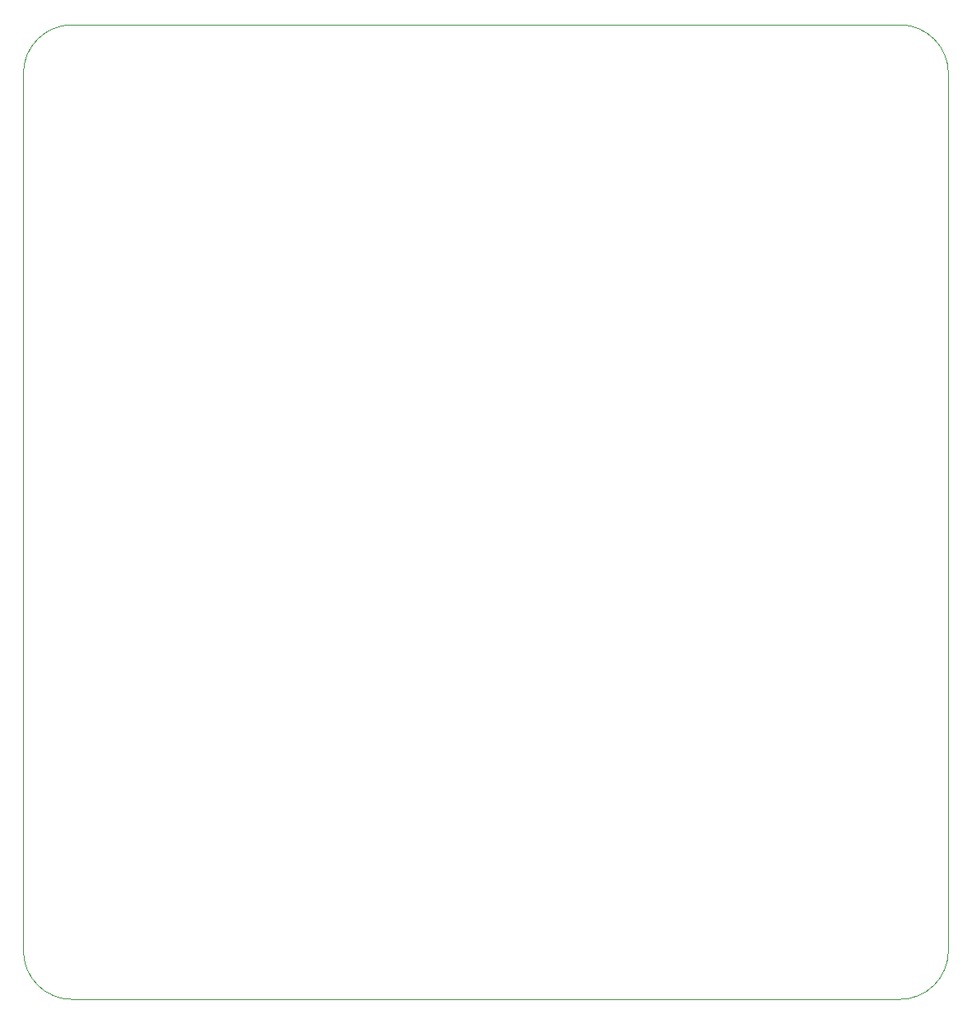
<source format=gbr>
G04 #@! TF.GenerationSoftware,KiCad,Pcbnew,(5.1.5)-3*
G04 #@! TF.CreationDate,2020-10-27T23:20:52+01:00*
G04 #@! TF.ProjectId,converters_1,636f6e76-6572-4746-9572-735f312e6b69,rev?*
G04 #@! TF.SameCoordinates,Original*
G04 #@! TF.FileFunction,Profile,NP*
%FSLAX46Y46*%
G04 Gerber Fmt 4.6, Leading zero omitted, Abs format (unit mm)*
G04 Created by KiCad (PCBNEW (5.1.5)-3) date 2020-10-27 23:20:52*
%MOMM*%
%LPD*%
G04 APERTURE LIST*
%ADD10C,0.050000*%
G04 APERTURE END LIST*
D10*
X135000000Y-115000000D02*
G75*
G02X130000000Y-120000000I-5000000J0D01*
G01*
X45000000Y-120000000D02*
G75*
G02X40000000Y-115000000I0J5000000D01*
G01*
X130000000Y-20000000D02*
G75*
G02X135000000Y-25000000I0J-5000000D01*
G01*
X40000000Y-25000000D02*
G75*
G02X45000000Y-20000000I5000000J0D01*
G01*
X40000000Y-115000000D02*
X40000000Y-25000000D01*
X135000000Y-25000000D02*
X135000000Y-115000000D01*
X130000000Y-120000000D02*
X45000000Y-120000000D01*
X45000000Y-20000000D02*
X130000000Y-20000000D01*
M02*

</source>
